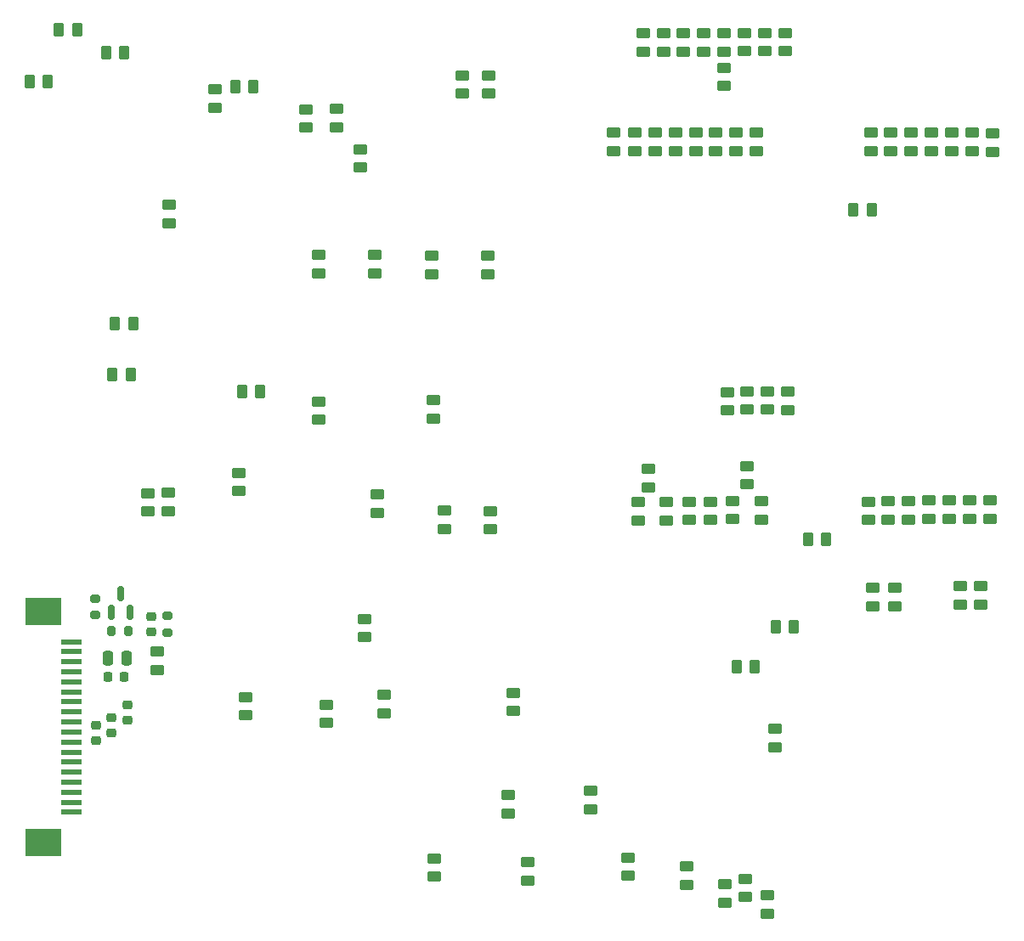
<source format=gbr>
%TF.GenerationSoftware,KiCad,Pcbnew,(6.0.5)*%
%TF.CreationDate,2022-06-30T03:28:59+08:00*%
%TF.ProjectId,lkt100a1_bclamp,6c6b7431-3030-4613-915f-62636c616d70,rev?*%
%TF.SameCoordinates,Original*%
%TF.FileFunction,Paste,Top*%
%TF.FilePolarity,Positive*%
%FSLAX46Y46*%
G04 Gerber Fmt 4.6, Leading zero omitted, Abs format (unit mm)*
G04 Created by KiCad (PCBNEW (6.0.5)) date 2022-06-30 03:28:59*
%MOMM*%
%LPD*%
G01*
G04 APERTURE LIST*
G04 Aperture macros list*
%AMRoundRect*
0 Rectangle with rounded corners*
0 $1 Rounding radius*
0 $2 $3 $4 $5 $6 $7 $8 $9 X,Y pos of 4 corners*
0 Add a 4 corners polygon primitive as box body*
4,1,4,$2,$3,$4,$5,$6,$7,$8,$9,$2,$3,0*
0 Add four circle primitives for the rounded corners*
1,1,$1+$1,$2,$3*
1,1,$1+$1,$4,$5*
1,1,$1+$1,$6,$7*
1,1,$1+$1,$8,$9*
0 Add four rect primitives between the rounded corners*
20,1,$1+$1,$2,$3,$4,$5,0*
20,1,$1+$1,$4,$5,$6,$7,0*
20,1,$1+$1,$6,$7,$8,$9,0*
20,1,$1+$1,$8,$9,$2,$3,0*%
G04 Aperture macros list end*
%ADD10RoundRect,0.250000X-0.450000X0.262500X-0.450000X-0.262500X0.450000X-0.262500X0.450000X0.262500X0*%
%ADD11RoundRect,0.250000X0.262500X0.450000X-0.262500X0.450000X-0.262500X-0.450000X0.262500X-0.450000X0*%
%ADD12RoundRect,0.250000X0.450000X-0.262500X0.450000X0.262500X-0.450000X0.262500X-0.450000X-0.262500X0*%
%ADD13RoundRect,0.250000X-0.262500X-0.450000X0.262500X-0.450000X0.262500X0.450000X-0.262500X0.450000X0*%
%ADD14RoundRect,0.225000X0.250000X-0.225000X0.250000X0.225000X-0.250000X0.225000X-0.250000X-0.225000X0*%
%ADD15RoundRect,0.200000X-0.275000X0.200000X-0.275000X-0.200000X0.275000X-0.200000X0.275000X0.200000X0*%
%ADD16RoundRect,0.150000X0.150000X-0.587500X0.150000X0.587500X-0.150000X0.587500X-0.150000X-0.587500X0*%
%ADD17RoundRect,0.250000X-0.250000X-0.475000X0.250000X-0.475000X0.250000X0.475000X-0.250000X0.475000X0*%
%ADD18RoundRect,0.225000X-0.225000X-0.250000X0.225000X-0.250000X0.225000X0.250000X-0.225000X0.250000X0*%
%ADD19R,2.000000X0.610000*%
%ADD20R,3.600000X2.680000*%
%ADD21RoundRect,0.200000X0.200000X0.275000X-0.200000X0.275000X-0.200000X-0.275000X0.200000X-0.275000X0*%
G04 APERTURE END LIST*
D10*
%TO.C,R18*%
X95615000Y-101931109D03*
X95615000Y-103756109D03*
%TD*%
%TO.C,R37*%
X146110200Y-53467909D03*
X146110200Y-55292909D03*
%TD*%
%TO.C,R97*%
X89773000Y-51131109D03*
X89773000Y-52956109D03*
%TD*%
D11*
%TO.C,R26*%
X72346700Y-77596009D03*
X70521700Y-77596009D03*
%TD*%
D12*
%TO.C,R70*%
X132648200Y-55291009D03*
X132648200Y-53466009D03*
%TD*%
D10*
%TO.C,R55*%
X127974600Y-90221709D03*
X127974600Y-92046709D03*
%TD*%
D13*
%TO.C,R8*%
X139812900Y-94004409D03*
X141637900Y-94004409D03*
%TD*%
D10*
%TO.C,R64*%
X121878600Y-125705509D03*
X121878600Y-127530509D03*
%TD*%
%TO.C,R1*%
X157997400Y-90094709D03*
X157997400Y-91919709D03*
%TD*%
%TO.C,R33*%
X154136600Y-53467909D03*
X154136600Y-55292909D03*
%TD*%
%TO.C,R52*%
X133715000Y-86665709D03*
X133715000Y-88490709D03*
%TD*%
%TO.C,R6*%
X147837400Y-90196309D03*
X147837400Y-92021309D03*
%TD*%
%TO.C,R10*%
X137829800Y-79274309D03*
X137829800Y-81099309D03*
%TD*%
D12*
%TO.C,R83*%
X83829400Y-111528509D03*
X83829400Y-109703509D03*
%TD*%
D10*
%TO.C,R11*%
X133765800Y-79248909D03*
X133765800Y-81073909D03*
%TD*%
%TO.C,R50*%
X135797800Y-129464709D03*
X135797800Y-131289709D03*
%TD*%
%TO.C,R65*%
X131581400Y-128397909D03*
X131581400Y-130222909D03*
%TD*%
%TO.C,R22*%
X80730600Y-49149909D03*
X80730600Y-50974909D03*
%TD*%
%TO.C,R7*%
X145856200Y-90247109D03*
X145856200Y-92072109D03*
%TD*%
%TO.C,R91*%
X74025000Y-89383509D03*
X74025000Y-91208509D03*
%TD*%
%TO.C,R96*%
X95259400Y-55093509D03*
X95259400Y-56918509D03*
%TD*%
%TO.C,R86*%
X91093800Y-65661809D03*
X91093800Y-67486809D03*
%TD*%
D12*
%TO.C,R73*%
X126653800Y-55292909D03*
X126653800Y-53467909D03*
%TD*%
D10*
%TO.C,R56*%
X125688600Y-90296009D03*
X125688600Y-92121009D03*
%TD*%
%TO.C,R58*%
X122894600Y-90272509D03*
X122894600Y-92097509D03*
%TD*%
%TO.C,R92*%
X76107800Y-89332709D03*
X76107800Y-91157709D03*
%TD*%
%TO.C,R49*%
X133562600Y-127839109D03*
X133562600Y-129664109D03*
%TD*%
%TO.C,R5*%
X149869400Y-90196309D03*
X149869400Y-92021309D03*
%TD*%
%TO.C,R17*%
X91805000Y-110465509D03*
X91805000Y-112290509D03*
%TD*%
D12*
%TO.C,R110*%
X137550400Y-45336109D03*
X137550400Y-43511109D03*
%TD*%
D10*
%TO.C,R12*%
X131759200Y-79299709D03*
X131759200Y-81124709D03*
%TD*%
D12*
%TO.C,R111*%
X133511800Y-45336109D03*
X133511800Y-43511109D03*
%TD*%
D10*
%TO.C,R54*%
X130133600Y-90247109D03*
X130133600Y-92072109D03*
%TD*%
%TO.C,R43*%
X102523800Y-80137909D03*
X102523800Y-81962909D03*
%TD*%
D14*
%TO.C,C2*%
X72043800Y-112064409D03*
X72043800Y-110514409D03*
%TD*%
D10*
%TO.C,R34*%
X152104600Y-53467909D03*
X152104600Y-55292909D03*
%TD*%
D12*
%TO.C,R76*%
X120456200Y-55291009D03*
X120456200Y-53466009D03*
%TD*%
D10*
%TO.C,R2*%
X155965400Y-90094709D03*
X155965400Y-91919709D03*
%TD*%
D13*
%TO.C,R45*%
X136612500Y-102742009D03*
X138437500Y-102742009D03*
%TD*%
D11*
%TO.C,R94*%
X67012700Y-43179009D03*
X65187700Y-43179009D03*
%TD*%
D10*
%TO.C,R47*%
X102625400Y-125807109D03*
X102625400Y-127632109D03*
%TD*%
%TO.C,R66*%
X111921800Y-126164609D03*
X111921800Y-127989609D03*
%TD*%
D15*
%TO.C,R109*%
X75980800Y-101625409D03*
X75980800Y-103275409D03*
%TD*%
D16*
%TO.C,Q7*%
X70382600Y-101291909D03*
X72282600Y-101291909D03*
X71332600Y-99416909D03*
%TD*%
D14*
%TO.C,C3*%
X70443600Y-113296009D03*
X70443600Y-111746009D03*
%TD*%
D12*
%TO.C,R104*%
X123377200Y-45361509D03*
X123377200Y-43536509D03*
%TD*%
D11*
%TO.C,R29*%
X64091700Y-48386009D03*
X62266700Y-48386009D03*
%TD*%
D12*
%TO.C,R78*%
X96885000Y-91360909D03*
X96885000Y-89535909D03*
%TD*%
%TO.C,R113*%
X125409200Y-45386909D03*
X125409200Y-43561909D03*
%TD*%
D11*
%TO.C,R93*%
X71711700Y-45465009D03*
X69886700Y-45465009D03*
%TD*%
D10*
%TO.C,R53*%
X132292600Y-90170909D03*
X132292600Y-91995909D03*
%TD*%
D13*
%TO.C,R46*%
X82764500Y-48894009D03*
X84589500Y-48894009D03*
%TD*%
D14*
%TO.C,C4*%
X68868800Y-114083409D03*
X68868800Y-112533409D03*
%TD*%
D12*
%TO.C,R74*%
X124621800Y-55292909D03*
X124621800Y-53467909D03*
%TD*%
D10*
%TO.C,R28*%
X74990200Y-105182309D03*
X74990200Y-107007309D03*
%TD*%
D12*
%TO.C,R103*%
X127415800Y-45386909D03*
X127415800Y-43561909D03*
%TD*%
%TO.C,R82*%
X97596200Y-111325309D03*
X97596200Y-109500309D03*
%TD*%
D10*
%TO.C,R14*%
X157032200Y-98679909D03*
X157032200Y-100504909D03*
%TD*%
D17*
%TO.C,C5*%
X70077800Y-105840809D03*
X71977800Y-105840809D03*
%TD*%
D10*
%TO.C,R61*%
X131479800Y-46965509D03*
X131479800Y-48790509D03*
%TD*%
%TO.C,R44*%
X108010200Y-47727509D03*
X108010200Y-49552509D03*
%TD*%
%TO.C,R9*%
X135797800Y-79250809D03*
X135797800Y-81075809D03*
%TD*%
%TO.C,R31*%
X158251400Y-53518709D03*
X158251400Y-55343709D03*
%TD*%
D12*
%TO.C,R79*%
X108213400Y-92986509D03*
X108213400Y-91161509D03*
%TD*%
D10*
%TO.C,R19*%
X91093800Y-80239509D03*
X91093800Y-82064509D03*
%TD*%
%TO.C,R87*%
X102371400Y-65710709D03*
X102371400Y-67535709D03*
%TD*%
D11*
%TO.C,R24*%
X85249900Y-79272409D03*
X83424900Y-79272409D03*
%TD*%
D10*
%TO.C,R35*%
X150072600Y-53467909D03*
X150072600Y-55292909D03*
%TD*%
D12*
%TO.C,R72*%
X128635000Y-55292909D03*
X128635000Y-53467909D03*
%TD*%
D10*
%TO.C,R51*%
X135188200Y-90196309D03*
X135188200Y-92021309D03*
%TD*%
%TO.C,R3*%
X153933400Y-90094709D03*
X153933400Y-91919709D03*
%TD*%
D12*
%TO.C,R102*%
X131479800Y-45361509D03*
X131479800Y-43536509D03*
%TD*%
D10*
%TO.C,R36*%
X148091400Y-53467909D03*
X148091400Y-55292909D03*
%TD*%
%TO.C,R85*%
X96631000Y-65659909D03*
X96631000Y-67484909D03*
%TD*%
%TO.C,R62*%
X118170200Y-119050709D03*
X118170200Y-120875709D03*
%TD*%
%TO.C,R16*%
X148447000Y-98832309D03*
X148447000Y-100657309D03*
%TD*%
%TO.C,R42*%
X103641400Y-91110709D03*
X103641400Y-92935709D03*
%TD*%
%TO.C,R41*%
X136559800Y-112903909D03*
X136559800Y-114728909D03*
%TD*%
%TO.C,R13*%
X155000200Y-98679909D03*
X155000200Y-100504909D03*
%TD*%
%TO.C,R15*%
X146262600Y-98832309D03*
X146262600Y-100657309D03*
%TD*%
%TO.C,R95*%
X92871800Y-51080309D03*
X92871800Y-52905309D03*
%TD*%
%TO.C,R84*%
X107959400Y-65710709D03*
X107959400Y-67535709D03*
%TD*%
D12*
%TO.C,R69*%
X134680200Y-55292909D03*
X134680200Y-53467909D03*
%TD*%
%TO.C,R81*%
X110499400Y-111122109D03*
X110499400Y-109297109D03*
%TD*%
D18*
%TO.C,C6*%
X70100400Y-107720409D03*
X71650400Y-107720409D03*
%TD*%
D11*
%TO.C,R38*%
X146159100Y-61136809D03*
X144334100Y-61136809D03*
%TD*%
D10*
%TO.C,R57*%
X123936000Y-86970509D03*
X123936000Y-88795509D03*
%TD*%
D14*
%TO.C,C7*%
X74406000Y-103237609D03*
X74406000Y-101687609D03*
%TD*%
D13*
%TO.C,R21*%
X132700900Y-106704409D03*
X134525900Y-106704409D03*
%TD*%
D11*
%TO.C,R27*%
X72600700Y-72516009D03*
X70775700Y-72516009D03*
%TD*%
D10*
%TO.C,R20*%
X105368600Y-47727509D03*
X105368600Y-49552509D03*
%TD*%
D19*
%TO.C,J3*%
X66448200Y-104198809D03*
X66448200Y-105198809D03*
X66448200Y-106198809D03*
X66448200Y-107198809D03*
X66448200Y-108198809D03*
X66448200Y-109198809D03*
X66448200Y-110198809D03*
X66448200Y-111198809D03*
X66448200Y-112198809D03*
X66448200Y-113198809D03*
X66448200Y-114198809D03*
X66448200Y-115198809D03*
X66448200Y-116198809D03*
X66448200Y-117198809D03*
X66448200Y-118198809D03*
X66448200Y-119198809D03*
X66448200Y-120198809D03*
X66448200Y-121198809D03*
D20*
X63648200Y-101208809D03*
X63648200Y-124188809D03*
%TD*%
D12*
%TO.C,R101*%
X135518400Y-45336109D03*
X135518400Y-43511109D03*
%TD*%
D10*
%TO.C,R4*%
X151901400Y-90096609D03*
X151901400Y-91921609D03*
%TD*%
D12*
%TO.C,R71*%
X130616200Y-55292909D03*
X130616200Y-53467909D03*
%TD*%
D10*
%TO.C,R32*%
X156168600Y-53467909D03*
X156168600Y-55292909D03*
%TD*%
D12*
%TO.C,R80*%
X83118200Y-89176509D03*
X83118200Y-87351509D03*
%TD*%
D21*
%TO.C,R99*%
X72106800Y-103097609D03*
X70456800Y-103097609D03*
%TD*%
D10*
%TO.C,R63*%
X109940600Y-119507909D03*
X109940600Y-121332909D03*
%TD*%
D12*
%TO.C,R112*%
X129447800Y-45386909D03*
X129447800Y-43561909D03*
%TD*%
%TO.C,R75*%
X122539000Y-55292909D03*
X122539000Y-53467909D03*
%TD*%
D10*
%TO.C,R25*%
X76209400Y-60630709D03*
X76209400Y-62455709D03*
%TD*%
%TO.C,R48*%
X127720600Y-126619909D03*
X127720600Y-128444909D03*
%TD*%
D15*
%TO.C,R100*%
X68792600Y-99885009D03*
X68792600Y-101535009D03*
%TD*%
M02*

</source>
